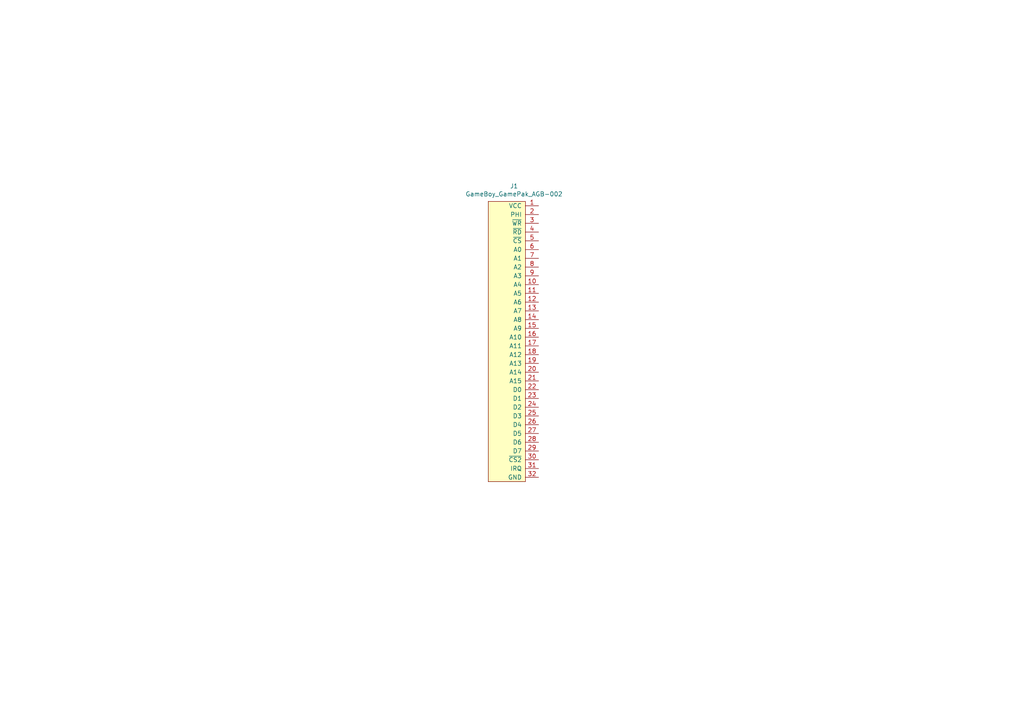
<source format=kicad_sch>
(kicad_sch (version 20211123) (generator eeschema)
  (paper "A4")
  (lib_symbols
    (symbol "Connector_GameBoy:GameBoy_GamePak_AGB-002" (pin_names (offset 1.016))
      (property "Reference" "J" (at -1.27 41.91 0))
      (property "Value" "GameBoy_GamePak_AGB-002" (at -5.08 -42.545 0))
      (symbol "GameBoy_GamePak_AGB-002_0_1"
        (rectangle (start 0 40.64) (end -10.795 -40.64) (fill (type background)))
      )
      (symbol "GameBoy_GamePak_AGB-002_1_1"
        (pin passive line (at 3.81 39.37 180) (length 3.81) (name "VCC") (number "1"))
        (pin passive line (at 3.81 16.51 180) (length 3.81) (name "A4") (number "10"))
        (pin passive line (at 3.81 13.97 180) (length 3.81) (name "A5") (number "11"))
        (pin passive line (at 3.81 11.43 180) (length 3.81) (name "A6") (number "12"))
        (pin passive line (at 3.81 8.89 180) (length 3.81) (name "A7") (number "13"))
        (pin passive line (at 3.81 6.35 180) (length 3.81) (name "A8") (number "14"))
        (pin passive line (at 3.81 3.81 180) (length 3.81) (name "A9") (number "15"))
        (pin passive line (at 3.81 1.27 180) (length 3.81) (name "A10") (number "16"))
        (pin passive line (at 3.81 -1.27 180) (length 3.81) (name "A11") (number "17"))
        (pin passive line (at 3.81 -3.81 180) (length 3.81) (name "A12") (number "18"))
        (pin passive line (at 3.81 -6.35 180) (length 3.81) (name "A13") (number "19"))
        (pin passive line (at 3.81 36.83 180) (length 3.81) (name "PHI") (number "2"))
        (pin passive line (at 3.81 -8.89 180) (length 3.81) (name "A14") (number "20"))
        (pin passive line (at 3.81 -11.43 180) (length 3.81) (name "A15") (number "21"))
        (pin passive line (at 3.81 -13.97 180) (length 3.81) (name "D0") (number "22"))
        (pin passive line (at 3.81 -16.51 180) (length 3.81) (name "D1") (number "23"))
        (pin passive line (at 3.81 -19.05 180) (length 3.81) (name "D2") (number "24"))
        (pin passive line (at 3.81 -21.59 180) (length 3.81) (name "D3") (number "25"))
        (pin passive line (at 3.81 -24.13 180) (length 3.81) (name "D4") (number "26"))
        (pin passive line (at 3.81 -26.67 180) (length 3.81) (name "D5") (number "27"))
        (pin passive line (at 3.81 -29.21 180) (length 3.81) (name "D6") (number "28"))
        (pin passive line (at 3.81 -31.75 180) (length 3.81) (name "D7") (number "29"))
        (pin passive line (at 3.81 34.29 180) (length 3.81) (name "~{WR}") (number "3"))
        (pin passive line (at 3.81 -34.29 180) (length 3.81) (name "~{CS2}") (number "30"))
        (pin passive line (at 3.81 -36.83 180) (length 3.81) (name "IRQ") (number "31"))
        (pin passive line (at 3.81 -39.37 180) (length 3.81) (name "GND") (number "32"))
        (pin passive line (at 3.81 31.75 180) (length 3.81) (name "~{RD}") (number "4"))
        (pin passive line (at 3.81 29.21 180) (length 3.81) (name "~{CS}") (number "5"))
        (pin passive line (at 3.81 26.67 180) (length 3.81) (name "A0") (number "6"))
        (pin passive line (at 3.81 24.13 180) (length 3.81) (name "A1") (number "7"))
        (pin passive line (at 3.81 21.59 180) (length 3.81) (name "A2") (number "8"))
        (pin passive line (at 3.81 19.05 180) (length 3.81) (name "A3") (number "9"))
      )
    )
  )
  (symbol (lib_id "Connector_GameBoy:GameBoy_GamePak_AGB-002") (at 152.4 99.06 0) (unit 1)
    (property "Reference" "J1" (at 149.098 53.975 0))
    (property "Value" "GameBoy_GamePak_AGB-002" (at 149.098 56.2864 0))
    (property "Footprint" "Connector_GameBoy:GameBoy_GamePak_AGB-002_P1.50mm_Edge_Bootleg" (effects hide))
  )
)
</source>
